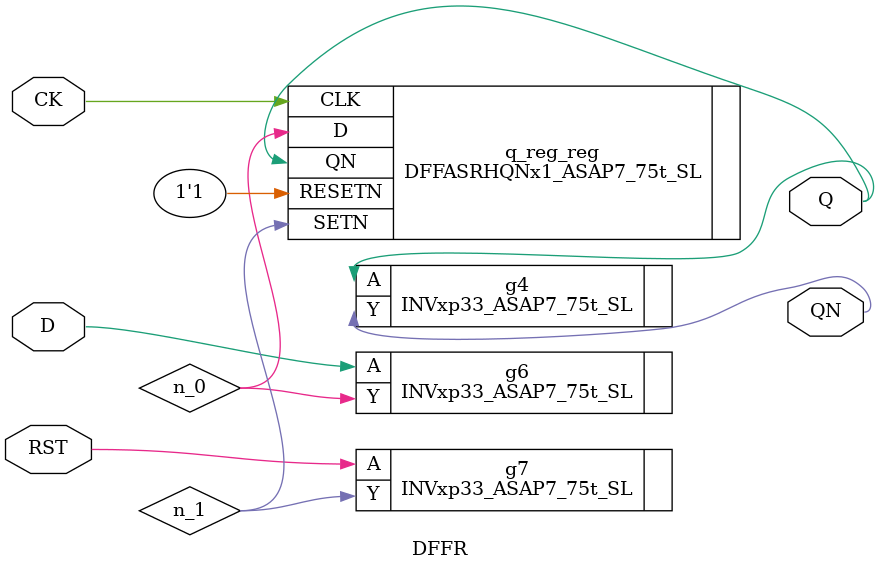
<source format=v>


// Verification Directory fv/DFFR 

module DFFR(RST, CK, D, Q, QN);
  input RST, CK, D;
  output Q, QN;
  wire RST, CK, D;
  wire Q, QN;
  wire n_0, n_1;
  INVxp33_ASAP7_75t_SL g4(.A (Q), .Y (QN));
  DFFASRHQNx1_ASAP7_75t_SL q_reg_reg(.SETN (n_1), .RESETN (1'b1), .CLK
       (CK), .D (n_0), .QN (Q));
  INVxp33_ASAP7_75t_SL g7(.A (RST), .Y (n_1));
  INVxp33_ASAP7_75t_SL g6(.A (D), .Y (n_0));
endmodule


</source>
